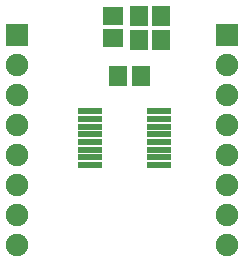
<source format=gts>
G04 DipTrace 3.1.0.1*
G04 TopMask.gts*
%MOIN*%
G04 #@! TF.FileFunction,Soldermask,Top*
G04 #@! TF.Part,Single*
%ADD27R,0.067055X0.059181*%
%ADD29R,0.059181X0.067055*%
%ADD31C,0.074929*%
%ADD33R,0.074929X0.074929*%
%ADD35R,0.078866X0.023748*%
%FSLAX26Y26*%
G04*
G70*
G90*
G75*
G01*
G04 TopMask*
%LPD*%
D35*
X706500Y956500D3*
Y930909D3*
Y905319D3*
Y879728D3*
Y854138D3*
Y828547D3*
Y802957D3*
Y777366D3*
X934854D3*
X934846Y802957D3*
Y828547D3*
Y854138D3*
Y879728D3*
Y905319D3*
Y930909D3*
Y956500D3*
D33*
X462749Y1212751D3*
D31*
Y1112751D3*
Y1012751D3*
Y912751D3*
Y812751D3*
Y712751D3*
Y612751D3*
Y512751D3*
D33*
X1162749Y1212751D3*
D31*
Y1112751D3*
Y1012751D3*
Y912751D3*
Y812751D3*
Y712751D3*
Y612751D3*
Y512751D3*
D29*
X944000Y1275251D3*
X869197D3*
X944000Y1194000D3*
X869197D3*
X800251Y1075249D3*
X875054D3*
D27*
X781500Y1200251D3*
Y1275054D3*
M02*

</source>
